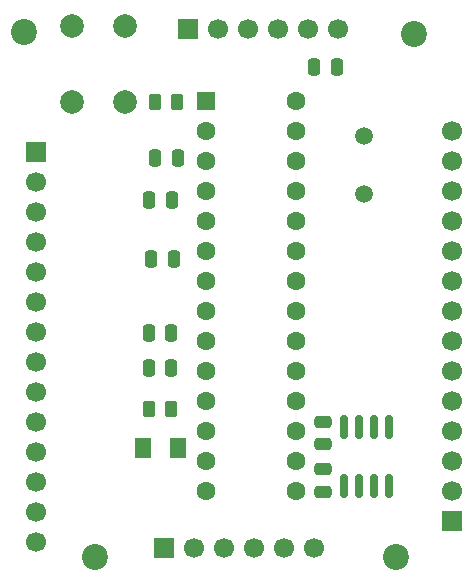
<source format=gbr>
%TF.GenerationSoftware,KiCad,Pcbnew,9.0.2*%
%TF.CreationDate,2025-07-07T19:43:33+05:30*%
%TF.ProjectId,Atmega328p_based,41746d65-6761-4333-9238-705f62617365,rev?*%
%TF.SameCoordinates,Original*%
%TF.FileFunction,Soldermask,Top*%
%TF.FilePolarity,Negative*%
%FSLAX46Y46*%
G04 Gerber Fmt 4.6, Leading zero omitted, Abs format (unit mm)*
G04 Created by KiCad (PCBNEW 9.0.2) date 2025-07-07 19:43:33*
%MOMM*%
%LPD*%
G01*
G04 APERTURE LIST*
G04 Aperture macros list*
%AMRoundRect*
0 Rectangle with rounded corners*
0 $1 Rounding radius*
0 $2 $3 $4 $5 $6 $7 $8 $9 X,Y pos of 4 corners*
0 Add a 4 corners polygon primitive as box body*
4,1,4,$2,$3,$4,$5,$6,$7,$8,$9,$2,$3,0*
0 Add four circle primitives for the rounded corners*
1,1,$1+$1,$2,$3*
1,1,$1+$1,$4,$5*
1,1,$1+$1,$6,$7*
1,1,$1+$1,$8,$9*
0 Add four rect primitives between the rounded corners*
20,1,$1+$1,$2,$3,$4,$5,0*
20,1,$1+$1,$4,$5,$6,$7,0*
20,1,$1+$1,$6,$7,$8,$9,0*
20,1,$1+$1,$8,$9,$2,$3,0*%
G04 Aperture macros list end*
%ADD10R,1.700000X1.700000*%
%ADD11C,1.700000*%
%ADD12RoundRect,0.250000X-0.250000X-0.475000X0.250000X-0.475000X0.250000X0.475000X-0.250000X0.475000X0*%
%ADD13RoundRect,0.250000X-0.262500X-0.450000X0.262500X-0.450000X0.262500X0.450000X-0.262500X0.450000X0*%
%ADD14RoundRect,0.250000X-0.550000X-0.550000X0.550000X-0.550000X0.550000X0.550000X-0.550000X0.550000X0*%
%ADD15C,1.600000*%
%ADD16RoundRect,0.150000X0.150000X-0.825000X0.150000X0.825000X-0.150000X0.825000X-0.150000X-0.825000X0*%
%ADD17RoundRect,0.250000X-0.475000X0.250000X-0.475000X-0.250000X0.475000X-0.250000X0.475000X0.250000X0*%
%ADD18C,2.200000*%
%ADD19C,1.500000*%
%ADD20RoundRect,0.250000X0.475000X-0.250000X0.475000X0.250000X-0.475000X0.250000X-0.475000X-0.250000X0*%
%ADD21C,2.000000*%
%ADD22RoundRect,0.250000X0.250000X0.475000X-0.250000X0.475000X-0.250000X-0.475000X0.250000X-0.475000X0*%
%ADD23RoundRect,0.250001X-0.462499X-0.624999X0.462499X-0.624999X0.462499X0.624999X-0.462499X0.624999X0*%
G04 APERTURE END LIST*
D10*
%TO.C,J3*%
X166750000Y-106200000D03*
D11*
X166750000Y-103660000D03*
X166750000Y-101120000D03*
X166750000Y-98580000D03*
X166750000Y-96040000D03*
X166750000Y-93500000D03*
X166750000Y-90960000D03*
X166750000Y-88420000D03*
X166750000Y-85880000D03*
X166750000Y-83340000D03*
X166750000Y-80800000D03*
X166750000Y-78260000D03*
X166750000Y-75720000D03*
X166750000Y-73180000D03*
%TD*%
D12*
%TO.C,C2*%
X141050000Y-90250000D03*
X142950000Y-90250000D03*
%TD*%
D13*
%TO.C,R1*%
X141587500Y-70750000D03*
X143412500Y-70750000D03*
%TD*%
D14*
%TO.C,U1*%
X145880000Y-70600000D03*
D15*
X145880000Y-73140000D03*
X145880000Y-75680000D03*
X145880000Y-78220000D03*
X145880000Y-80760000D03*
X145880000Y-83300000D03*
X145880000Y-85840000D03*
X145880000Y-88380000D03*
X145880000Y-90920000D03*
X145880000Y-93460000D03*
X145880000Y-96000000D03*
X145880000Y-98540000D03*
X145880000Y-101080000D03*
X145880000Y-103620000D03*
X153500000Y-103620000D03*
X153500000Y-101080000D03*
X153500000Y-98540000D03*
X153500000Y-96000000D03*
X153500000Y-93460000D03*
X153500000Y-90920000D03*
X153500000Y-88380000D03*
X153500000Y-85840000D03*
X153500000Y-83300000D03*
X153500000Y-80760000D03*
X153500000Y-78220000D03*
X153500000Y-75680000D03*
X153500000Y-73140000D03*
X153500000Y-70600000D03*
%TD*%
D16*
%TO.C,U2*%
X157595000Y-103225000D03*
X158865000Y-103225000D03*
X160135000Y-103225000D03*
X161405000Y-103225000D03*
X161405000Y-98275000D03*
X160135000Y-98275000D03*
X158865000Y-98275000D03*
X157595000Y-98275000D03*
%TD*%
D17*
%TO.C,C7*%
X155750000Y-101800000D03*
X155750000Y-103700000D03*
%TD*%
D12*
%TO.C,C4*%
X141100000Y-79000000D03*
X143000000Y-79000000D03*
%TD*%
D18*
%TO.C,H4*%
X162000000Y-109250000D03*
%TD*%
D19*
%TO.C,Y1*%
X159250000Y-78500000D03*
X159250000Y-73620000D03*
%TD*%
D18*
%TO.C,H1*%
X163500000Y-65000000D03*
%TD*%
D13*
%TO.C,R2*%
X141100000Y-96750000D03*
X142925000Y-96750000D03*
%TD*%
D10*
%TO.C,J1*%
X142340000Y-108500000D03*
D11*
X144880000Y-108500000D03*
X147420000Y-108500000D03*
X149960000Y-108500000D03*
X152500000Y-108500000D03*
X155040000Y-108500000D03*
%TD*%
D18*
%TO.C,H3*%
X136500000Y-109250000D03*
%TD*%
%TO.C,H2*%
X130500000Y-64750000D03*
%TD*%
D10*
%TO.C,J2*%
X131500000Y-74920000D03*
D11*
X131500000Y-77460000D03*
X131500000Y-80000000D03*
X131500000Y-82540000D03*
X131500000Y-85080000D03*
X131500000Y-87620000D03*
X131500000Y-90160000D03*
X131500000Y-92700000D03*
X131500000Y-95240000D03*
X131500000Y-97780000D03*
X131500000Y-100320000D03*
X131500000Y-102860000D03*
X131500000Y-105400000D03*
X131500000Y-107940000D03*
%TD*%
D20*
%TO.C,C8*%
X155750000Y-99700000D03*
X155750000Y-97800000D03*
%TD*%
D12*
%TO.C,C1*%
X141050000Y-93250000D03*
X142950000Y-93250000D03*
%TD*%
D21*
%TO.C,SW1*%
X134500000Y-70750000D03*
X134500000Y-64250000D03*
X139000000Y-70750000D03*
X139000000Y-64250000D03*
%TD*%
D12*
%TO.C,C6*%
X141250000Y-84000000D03*
X143150000Y-84000000D03*
%TD*%
D10*
%TO.C,J5*%
X144340000Y-64500000D03*
D11*
X146880000Y-64500000D03*
X149420000Y-64500000D03*
X151960000Y-64500000D03*
X154500000Y-64500000D03*
X157040000Y-64500000D03*
%TD*%
D12*
%TO.C,C3*%
X141600000Y-75500000D03*
X143500000Y-75500000D03*
%TD*%
D22*
%TO.C,C5*%
X156950000Y-67750000D03*
X155050000Y-67750000D03*
%TD*%
D23*
%TO.C,D1*%
X140525000Y-100000000D03*
X143500000Y-100000000D03*
%TD*%
M02*

</source>
